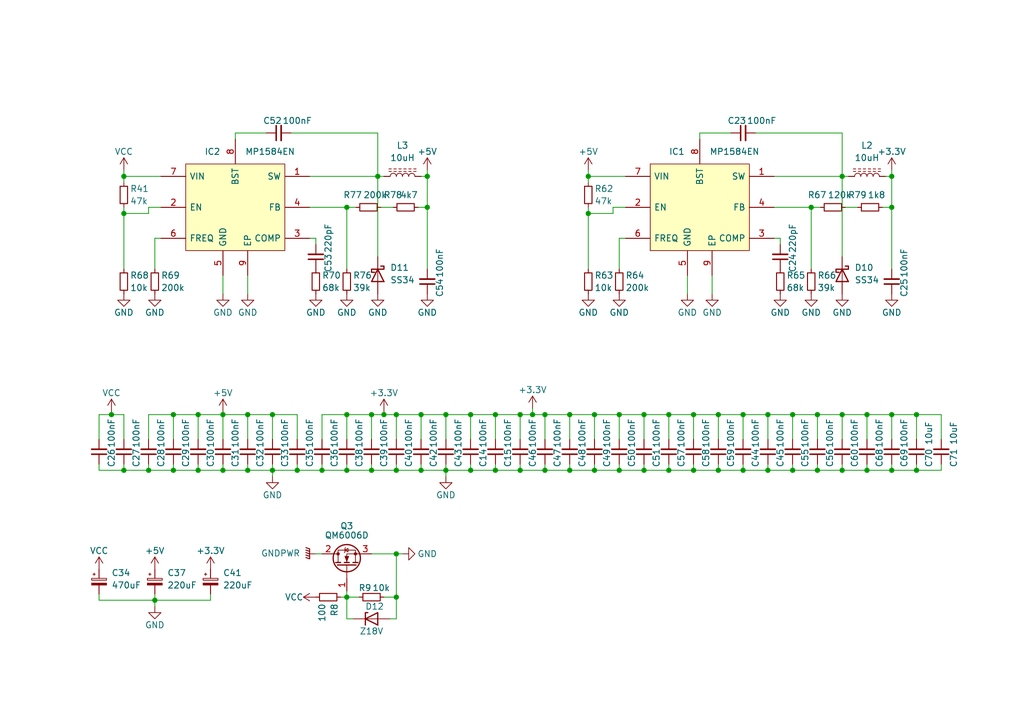
<source format=kicad_sch>
(kicad_sch (version 20211123) (generator eeschema)
  (paper "A5")
  (lib_symbols
    (symbol "Device:C_Polarized_Small" (pin_numbers hide) (pin_names (offset 0.254) hide)
      (property "Reference" "C" (at 0.254 1.778 0))
      (property "Value" "C_Polarized_Small" (at 0.254 -2.032 0))
      (symbol "C_Polarized_Small_0_1"
        (rectangle (start -1.524 -0.3048) (end 1.524 -0.6858) (fill (type outline)))
        (rectangle (start -1.524 0.6858) (end 1.524 0.3048))
        (polyline (pts (xy -1.27 1.524) (xy -0.762 1.524)))
        (polyline (pts (xy -1.016 1.27) (xy -1.016 1.778)))
      )
      (symbol "C_Polarized_Small_1_1"
        (pin passive line (at 0 2.54 270) (length 1.8542) (name "~") (number "1"))
        (pin passive line (at 0 -2.54 90) (length 1.8542) (name "~") (number "2"))
      )
    )
    (symbol "Device:C_Small" (pin_numbers hide) (pin_names (offset 0.254) hide)
      (property "Reference" "C" (at 0.254 1.778 0))
      (property "Value" "C_Small" (at 0.254 -2.032 0))
      (symbol "C_Small_0_1"
        (polyline (pts (xy -1.524 -0.508) (xy 1.524 -0.508)) (stroke (width 0.3302)))
        (polyline (pts (xy -1.524 0.508) (xy 1.524 0.508)) (stroke (width 0.3048)))
      )
      (symbol "C_Small_1_1"
        (pin passive line (at 0 2.54 270) (length 2.032) (name "~") (number "1"))
        (pin passive line (at 0 -2.54 90) (length 2.032) (name "~") (number "2"))
      )
    )
    (symbol "Device:L_Ferrite" (pin_numbers hide) (pin_names (offset 1.016) hide)
      (property "Reference" "L" (at -1.27 0 90))
      (property "Value" "L_Ferrite" (at 2.794 0 90))
      (symbol "L_Ferrite_0_1"
        (arc (start 0 -2.54) (mid 0.635 -1.905) (end 0 -1.27))
        (arc (start 0 -1.27) (mid 0.635 -0.635) (end 0 0))
        (polyline (pts (xy 1.016 -2.794) (xy 1.016 -2.286)))
        (polyline (pts (xy 1.016 -1.778) (xy 1.016 -1.27)))
        (polyline (pts (xy 1.016 -0.762) (xy 1.016 -0.254)))
        (polyline (pts (xy 1.016 0.254) (xy 1.016 0.762)))
        (polyline (pts (xy 1.016 1.27) (xy 1.016 1.778)))
        (polyline (pts (xy 1.016 2.286) (xy 1.016 2.794)))
        (polyline (pts (xy 1.524 -2.286) (xy 1.524 -2.794)))
        (polyline (pts (xy 1.524 -1.27) (xy 1.524 -1.778)))
        (polyline (pts (xy 1.524 -0.254) (xy 1.524 -0.762)))
        (polyline (pts (xy 1.524 0.762) (xy 1.524 0.254)))
        (polyline (pts (xy 1.524 1.778) (xy 1.524 1.27)))
        (polyline (pts (xy 1.524 2.794) (xy 1.524 2.286)))
        (arc (start 0 0) (mid 0.635 0.635) (end 0 1.27))
        (arc (start 0 1.27) (mid 0.635 1.905) (end 0 2.54))
      )
      (symbol "L_Ferrite_1_1"
        (pin passive line (at 0 3.81 270) (length 1.27) (name "1") (number "1"))
        (pin passive line (at 0 -3.81 90) (length 1.27) (name "2") (number "2"))
      )
    )
    (symbol "Device:R_Small" (pin_numbers hide) (pin_names (offset 0.254) hide)
      (property "Reference" "R" (at 0.762 0.508 0))
      (property "Value" "R_Small" (at 0.762 -1.016 0))
      (symbol "R_Small_0_1"
        (rectangle (start -0.762 1.778) (end 0.762 -1.778) (stroke (width 0.2032)))
      )
      (symbol "R_Small_1_1"
        (pin passive line (at 0 2.54 270) (length 0.762) (name "~") (number "1"))
        (pin passive line (at 0 -2.54 90) (length 0.762) (name "~") (number "2"))
      )
    )
    (symbol "Diode:BZV55C3V3" (pin_numbers hide) (pin_names hide)
      (property "Reference" "D" (at 0 2.54 0))
      (property "Value" "BZV55C3V3" (at 0 -2.54 0))
      (symbol "BZV55C3V3_0_1"
        (polyline (pts (xy 1.27 0) (xy -1.27 0)))
        (polyline (pts (xy -1.27 -1.27) (xy -1.27 1.27) (xy -0.762 1.27)) (stroke (width 0.254)))
        (polyline (pts (xy 1.27 -1.27) (xy 1.27 1.27) (xy -1.27 0) (xy 1.27 -1.27)) (stroke (width 0.254)))
      )
      (symbol "BZV55C3V3_1_1"
        (pin passive line (at -3.81 0 0) (length 2.54) (name "K") (number "1"))
        (pin passive line (at 3.81 0 180) (length 2.54) (name "A") (number "2"))
      )
    )
    (symbol "Diode:CDBA340-HF" (pin_numbers hide) (pin_names hide)
      (property "Reference" "D" (at 0 2.54 0))
      (property "Value" "CDBA340-HF" (at 0 -2.54 0))
      (symbol "CDBA340-HF_0_1"
        (polyline (pts (xy 1.27 0) (xy -1.27 0)))
        (polyline (pts (xy 1.27 1.27) (xy 1.27 -1.27) (xy -1.27 0) (xy 1.27 1.27)) (stroke (width 0.254)))
        (polyline (pts (xy -1.905 0.635) (xy -1.905 1.27) (xy -1.27 1.27) (xy -1.27 -1.27) (xy -0.635 -1.27) (xy -0.635 -0.635)) (stroke (width 0.254)))
      )
      (symbol "CDBA340-HF_1_1"
        (pin passive line (at -3.81 0 0) (length 2.54) (name "K") (number "1"))
        (pin passive line (at 3.81 0 180) (length 2.54) (name "A") (number "2"))
      )
    )
    (symbol "MP1584EN-LF-P:MP1584EN" (pin_names (offset 0.762))
      (property "Reference" "IC" (at -5.08 11.43 0))
      (property "Value" "MP1584EN" (at 1.27 11.43 0))
      (symbol "MP1584EN_0_0"
        (pin passive line (at 15.24 6.35 180) (length 5.08) (name "SW") (number "1"))
        (pin passive line (at -15.24 0 0) (length 5.08) (name "EN") (number "2"))
        (pin passive line (at 15.24 -6.35 180) (length 5.08) (name "COMP") (number "3"))
        (pin passive line (at 15.24 0 180) (length 5.08) (name "FB") (number "4"))
        (pin passive line (at -2.54 -13.97 90) (length 5.08) (name "GND") (number "5"))
        (pin passive line (at -15.24 -6.35 0) (length 5.08) (name "FREQ") (number "6"))
        (pin passive line (at -15.24 6.35 0) (length 5.08) (name "VIN") (number "7"))
        (pin passive line (at 0 13.97 270) (length 5.08) (name "BST") (number "8"))
        (pin passive line (at 2.54 -13.97 90) (length 5.08) (name "EP") (number "9"))
      )
      (symbol "MP1584EN_0_1"
        (polyline (pts (xy -10.16 8.89) (xy 10.16 8.89) (xy 10.16 -8.89) (xy -10.16 -8.89) (xy -10.16 8.89)) (stroke (width 0.1524)) (fill (type background)))
      )
    )
    (symbol "Transistor_FET:QM6006D" (pin_names hide)
      (property "Reference" "Q" (at 5.08 1.905 0))
      (property "Value" "QM6006D" (at 5.08 0 0))
      (symbol "QM6006D_0_1"
        (polyline (pts (xy 0.254 0) (xy -2.54 0)))
        (polyline (pts (xy 0.254 1.905) (xy 0.254 -1.905)) (stroke (width 0.254)))
        (polyline (pts (xy 0.762 -1.27) (xy 0.762 -2.286)) (stroke (width 0.254)))
        (polyline (pts (xy 0.762 0.508) (xy 0.762 -0.508)) (stroke (width 0.254)))
        (polyline (pts (xy 0.762 2.286) (xy 0.762 1.27)) (stroke (width 0.254)))
        (polyline (pts (xy 2.54 2.54) (xy 2.54 1.778)))
        (polyline (pts (xy 2.54 -2.54) (xy 2.54 0) (xy 0.762 0)))
        (polyline (pts (xy 0.762 -1.778) (xy 3.302 -1.778) (xy 3.302 1.778) (xy 0.762 1.778)))
        (polyline (pts (xy 1.016 0) (xy 2.032 0.381) (xy 2.032 -0.381) (xy 1.016 0)) (fill (type outline)))
        (polyline (pts (xy 2.794 0.508) (xy 2.921 0.381) (xy 3.683 0.381) (xy 3.81 0.254)))
        (polyline (pts (xy 3.302 0.381) (xy 2.921 -0.254) (xy 3.683 -0.254) (xy 3.302 0.381)))
        (circle (center 1.651 0) (radius 2.794) (stroke (width 0.254)))
        (circle (center 2.54 -1.778) (radius 0.254) (fill (type outline)))
        (circle (center 2.54 1.778) (radius 0.254) (fill (type outline)))
      )
      (symbol "QM6006D_1_1"
        (pin input line (at -5.08 0 0) (length 2.54) (name "G") (number "1"))
        (pin passive line (at 2.54 5.08 270) (length 2.54) (name "D") (number "2"))
        (pin passive line (at 2.54 -5.08 90) (length 2.54) (name "S") (number "3"))
      )
    )
    (symbol "power:+3.3V" (power) (pin_names (offset 0))
      (property "Value" "+3.3V" (at 0 3.556 0))
      (symbol "+3.3V_0_1"
        (polyline (pts (xy -0.762 1.27) (xy 0 2.54)))
        (polyline (pts (xy 0 0) (xy 0 2.54)))
        (polyline (pts (xy 0 2.54) (xy 0.762 1.27)))
      )
      (symbol "+3.3V_1_1"
        (pin power_in line (at 0 0 90) (length 0) hide (name "+3.3V") (number "1"))
      )
    )
    (symbol "power:+5V" (power) (pin_names (offset 0))
      (property "Value" "+5V" (at 0 3.556 0))
      (symbol "+5V_0_1"
        (polyline (pts (xy -0.762 1.27) (xy 0 2.54)))
        (polyline (pts (xy 0 0) (xy 0 2.54)))
        (polyline (pts (xy 0 2.54) (xy 0.762 1.27)))
      )
      (symbol "+5V_1_1"
        (pin power_in line (at 0 0 90) (length 0) hide (name "+5V") (number "1"))
      )
    )
    (symbol "power:GND" (power) (pin_names (offset 0))
      (property "Value" "GND" (at 0 -3.81 0))
      (symbol "GND_0_1"
        (polyline (pts (xy 0 0) (xy 0 -1.27) (xy 1.27 -1.27) (xy 0 -2.54) (xy -1.27 -1.27) (xy 0 -1.27)))
      )
      (symbol "GND_1_1"
        (pin power_in line (at 0 0 270) (length 0) hide (name "GND") (number "1"))
      )
    )
    (symbol "power:GNDPWR" (power) (pin_names (offset 0))
      (property "Value" "GNDPWR" (at 0 -3.302 0))
      (symbol "GNDPWR_0_1"
        (polyline (pts (xy 0 -1.27) (xy 0 0)))
        (polyline (pts (xy -1.016 -1.27) (xy -1.27 -2.032) (xy -1.27 -2.032)) (stroke (width 0.2032)))
        (polyline (pts (xy -0.508 -1.27) (xy -0.762 -2.032) (xy -0.762 -2.032)) (stroke (width 0.2032)))
        (polyline (pts (xy 0 -1.27) (xy -0.254 -2.032) (xy -0.254 -2.032)) (stroke (width 0.2032)))
        (polyline (pts (xy 0.508 -1.27) (xy 0.254 -2.032) (xy 0.254 -2.032)) (stroke (width 0.2032)))
        (polyline (pts (xy 1.016 -1.27) (xy -1.016 -1.27) (xy -1.016 -1.27)) (stroke (width 0.2032)))
        (polyline (pts (xy 1.016 -1.27) (xy 0.762 -2.032) (xy 0.762 -2.032) (xy 0.762 -2.032)) (stroke (width 0.2032)))
      )
      (symbol "GNDPWR_1_1"
        (pin power_in line (at 0 0 270) (length 0) hide (name "GNDPWR") (number "1"))
      )
    )
    (symbol "power:VCC" (power) (pin_names (offset 0))
      (property "Value" "VCC" (at 0 3.81 0))
      (symbol "VCC_0_1"
        (polyline (pts (xy -0.762 1.27) (xy 0 2.54)))
        (polyline (pts (xy 0 0) (xy 0 2.54)))
        (polyline (pts (xy 0 2.54) (xy 0.762 1.27)))
      )
      (symbol "VCC_1_1"
        (pin power_in line (at 0 0 90) (length 0) hide (name "VCC") (number "1"))
      )
    )
  )
  (junction (at 121.92 96.52))
  (junction (at 162.56 85.09))
  (junction (at 30.48 96.52))
  (junction (at 87.63 42.545))
  (junction (at 172.72 36.195))
  (junction (at 81.28 122.555))
  (junction (at 106.68 96.52))
  (junction (at 81.28 113.665))
  (junction (at 187.96 96.52))
  (junction (at 87.63 36.195))
  (junction (at 162.56 96.52))
  (junction (at 132.08 85.09))
  (junction (at 152.4 96.52))
  (junction (at 40.64 96.52))
  (junction (at 35.56 85.09))
  (junction (at 25.4 96.52))
  (junction (at 127 85.09))
  (junction (at 147.32 85.09))
  (junction (at 177.8 96.52))
  (junction (at 91.44 96.52))
  (junction (at 111.76 85.09))
  (junction (at 142.24 85.09))
  (junction (at 187.96 85.09))
  (junction (at 40.64 85.09))
  (junction (at 76.2 96.52))
  (junction (at 96.52 85.09))
  (junction (at 71.12 96.52))
  (junction (at 31.75 123.19))
  (junction (at 182.88 96.52))
  (junction (at 50.8 96.52))
  (junction (at 157.48 85.09))
  (junction (at 25.4 36.195))
  (junction (at 137.16 96.52))
  (junction (at 172.72 85.09))
  (junction (at 55.88 85.09))
  (junction (at 81.28 85.09))
  (junction (at 71.12 85.09))
  (junction (at 55.88 96.52))
  (junction (at 35.56 96.52))
  (junction (at 101.6 96.52))
  (junction (at 22.86 85.09))
  (junction (at 177.8 85.09))
  (junction (at 76.2 85.09))
  (junction (at 152.4 85.09))
  (junction (at 137.16 85.09))
  (junction (at 147.32 96.52))
  (junction (at 106.68 85.09))
  (junction (at 116.84 96.52))
  (junction (at 166.37 42.545))
  (junction (at 167.64 96.52))
  (junction (at 71.12 122.555))
  (junction (at 121.92 85.09))
  (junction (at 25.4 43.815))
  (junction (at 77.47 36.195))
  (junction (at 109.22 85.09))
  (junction (at 86.36 96.52))
  (junction (at 127 96.52))
  (junction (at 111.76 96.52))
  (junction (at 45.72 96.52))
  (junction (at 172.72 96.52))
  (junction (at 182.88 36.195))
  (junction (at 86.36 85.09))
  (junction (at 142.24 96.52))
  (junction (at 101.6 85.09))
  (junction (at 81.28 96.52))
  (junction (at 157.48 96.52))
  (junction (at 182.88 42.545))
  (junction (at 50.8 85.09))
  (junction (at 66.04 96.52))
  (junction (at 120.65 43.815))
  (junction (at 182.88 85.09))
  (junction (at 60.96 96.52))
  (junction (at 120.65 36.195))
  (junction (at 78.74 85.09))
  (junction (at 167.64 85.09))
  (junction (at 116.84 85.09))
  (junction (at 96.52 96.52))
  (junction (at 45.72 85.09))
  (junction (at 91.44 85.09))
  (junction (at 132.08 96.52))
  (junction (at 71.12 42.545))
  (wire (pts (xy 55.88 85.09) (xy 55.88 90.17)))
  (wire (pts (xy 166.37 42.545) (xy 168.275 42.545)))
  (wire (pts (xy 180.975 42.545) (xy 182.88 42.545)))
  (wire (pts (xy 45.72 84.455) (xy 45.72 85.09)))
  (wire (pts (xy 86.36 95.25) (xy 86.36 96.52)))
  (wire (pts (xy 146.05 60.325) (xy 146.05 56.515)))
  (wire (pts (xy 173.355 42.545) (xy 175.895 42.545)))
  (wire (pts (xy 81.28 113.665) (xy 81.28 122.555)))
  (wire (pts (xy 101.6 85.09) (xy 101.6 90.17)))
  (wire (pts (xy 71.12 85.09) (xy 76.2 85.09)))
  (wire (pts (xy 66.04 95.25) (xy 66.04 96.52)))
  (wire (pts (xy 182.88 34.925) (xy 182.88 36.195)))
  (wire (pts (xy 31.75 123.19) (xy 43.18 123.19)))
  (wire (pts (xy 157.48 96.52) (xy 162.56 96.52)))
  (wire (pts (xy 166.37 55.245) (xy 166.37 42.545)))
  (wire (pts (xy 59.69 27.305) (xy 77.47 27.305)))
  (wire (pts (xy 20.32 123.19) (xy 31.75 123.19)))
  (wire (pts (xy 166.37 42.545) (xy 158.75 42.545)))
  (wire (pts (xy 157.48 85.09) (xy 157.48 90.17)))
  (wire (pts (xy 187.96 90.17) (xy 187.96 85.09)))
  (wire (pts (xy 140.97 60.325) (xy 140.97 56.515)))
  (wire (pts (xy 55.88 96.52) (xy 60.96 96.52)))
  (wire (pts (xy 55.88 95.25) (xy 55.88 96.52)))
  (wire (pts (xy 45.72 96.52) (xy 50.8 96.52)))
  (wire (pts (xy 30.48 85.09) (xy 30.48 90.17)))
  (wire (pts (xy 125.73 43.815) (xy 120.65 43.815)))
  (wire (pts (xy 167.64 96.52) (xy 172.72 96.52)))
  (wire (pts (xy 76.2 95.25) (xy 76.2 96.52)))
  (wire (pts (xy 111.76 85.09) (xy 116.84 85.09)))
  (wire (pts (xy 25.4 85.09) (xy 25.4 90.17)))
  (wire (pts (xy 160.02 48.895) (xy 158.75 48.895)))
  (wire (pts (xy 152.4 85.09) (xy 157.48 85.09)))
  (wire (pts (xy 78.74 85.09) (xy 81.28 85.09)))
  (wire (pts (xy 71.12 42.545) (xy 63.5 42.545)))
  (wire (pts (xy 182.88 36.195) (xy 182.88 42.545)))
  (wire (pts (xy 127 85.09) (xy 127 90.17)))
  (wire (pts (xy 132.08 85.09) (xy 137.16 85.09)))
  (wire (pts (xy 172.72 52.705) (xy 172.72 36.195)))
  (wire (pts (xy 25.4 85.09) (xy 22.86 85.09)))
  (wire (pts (xy 162.56 85.09) (xy 167.64 85.09)))
  (wire (pts (xy 142.24 85.09) (xy 147.32 85.09)))
  (wire (pts (xy 66.04 85.09) (xy 71.12 85.09)))
  (wire (pts (xy 172.72 36.195) (xy 173.99 36.195)))
  (wire (pts (xy 132.08 96.52) (xy 132.08 95.25)))
  (wire (pts (xy 60.96 95.25) (xy 60.96 96.52)))
  (wire (pts (xy 86.36 96.52) (xy 91.44 96.52)))
  (wire (pts (xy 64.77 113.665) (xy 66.04 113.665)))
  (wire (pts (xy 76.2 96.52) (xy 81.28 96.52)))
  (wire (pts (xy 116.84 95.25) (xy 116.84 96.52)))
  (wire (pts (xy 127 48.895) (xy 128.27 48.895)))
  (wire (pts (xy 48.26 27.305) (xy 48.26 28.575)))
  (wire (pts (xy 71.12 42.545) (xy 73.025 42.545)))
  (wire (pts (xy 71.12 95.25) (xy 71.12 96.52)))
  (wire (pts (xy 121.92 96.52) (xy 121.92 95.25)))
  (wire (pts (xy 40.64 96.52) (xy 45.72 96.52)))
  (wire (pts (xy 149.86 27.305) (xy 143.51 27.305)))
  (wire (pts (xy 172.72 96.52) (xy 177.8 96.52)))
  (wire (pts (xy 86.36 36.195) (xy 87.63 36.195)))
  (wire (pts (xy 31.75 121.92) (xy 31.75 123.19)))
  (wire (pts (xy 132.08 96.52) (xy 137.16 96.52)))
  (wire (pts (xy 78.105 42.545) (xy 80.645 42.545)))
  (wire (pts (xy 142.24 96.52) (xy 147.32 96.52)))
  (wire (pts (xy 167.64 85.09) (xy 172.72 85.09)))
  (wire (pts (xy 120.65 36.195) (xy 120.65 37.465)))
  (wire (pts (xy 45.72 85.09) (xy 50.8 85.09)))
  (wire (pts (xy 116.84 85.09) (xy 116.84 90.17)))
  (wire (pts (xy 35.56 96.52) (xy 40.64 96.52)))
  (wire (pts (xy 80.01 127) (xy 81.28 127)))
  (wire (pts (xy 106.68 85.09) (xy 106.68 90.17)))
  (wire (pts (xy 25.4 36.195) (xy 25.4 37.465)))
  (wire (pts (xy 177.8 96.52) (xy 182.88 96.52)))
  (wire (pts (xy 50.8 85.09) (xy 55.88 85.09)))
  (wire (pts (xy 69.85 122.555) (xy 71.12 122.555)))
  (wire (pts (xy 187.96 85.09) (xy 182.88 85.09)))
  (wire (pts (xy 101.6 95.25) (xy 101.6 96.52)))
  (wire (pts (xy 137.16 85.09) (xy 137.16 90.17)))
  (wire (pts (xy 172.72 85.09) (xy 172.72 90.17)))
  (wire (pts (xy 30.48 95.25) (xy 30.48 96.52)))
  (wire (pts (xy 77.47 27.305) (xy 77.47 36.195)))
  (wire (pts (xy 157.48 85.09) (xy 162.56 85.09)))
  (wire (pts (xy 31.75 55.245) (xy 31.75 48.895)))
  (wire (pts (xy 181.61 36.195) (xy 182.88 36.195)))
  (wire (pts (xy 106.68 96.52) (xy 111.76 96.52)))
  (wire (pts (xy 147.32 96.52) (xy 147.32 95.25)))
  (wire (pts (xy 172.72 85.09) (xy 177.8 85.09)))
  (wire (pts (xy 137.16 96.52) (xy 137.16 95.25)))
  (wire (pts (xy 64.77 48.895) (xy 63.5 48.895)))
  (wire (pts (xy 81.28 85.09) (xy 81.28 90.17)))
  (wire (pts (xy 87.63 42.545) (xy 87.63 55.245)))
  (wire (pts (xy 77.47 36.195) (xy 63.5 36.195)))
  (wire (pts (xy 91.44 96.52) (xy 91.44 97.79)))
  (wire (pts (xy 71.12 122.555) (xy 73.66 122.555)))
  (wire (pts (xy 72.39 127) (xy 71.12 127)))
  (wire (pts (xy 30.48 42.545) (xy 30.48 43.815)))
  (wire (pts (xy 121.92 85.09) (xy 121.92 90.17)))
  (wire (pts (xy 142.24 95.25) (xy 142.24 96.52)))
  (wire (pts (xy 109.22 83.82) (xy 109.22 85.09)))
  (wire (pts (xy 152.4 85.09) (xy 152.4 90.17)))
  (wire (pts (xy 101.6 85.09) (xy 106.68 85.09)))
  (wire (pts (xy 160.02 50.165) (xy 160.02 48.895)))
  (wire (pts (xy 22.86 85.09) (xy 20.32 85.09)))
  (wire (pts (xy 91.44 85.09) (xy 96.52 85.09)))
  (wire (pts (xy 177.8 85.09) (xy 177.8 90.17)))
  (wire (pts (xy 76.2 85.09) (xy 78.74 85.09)))
  (wire (pts (xy 76.2 113.665) (xy 81.28 113.665)))
  (wire (pts (xy 106.68 85.09) (xy 109.22 85.09)))
  (wire (pts (xy 162.56 96.52) (xy 167.64 96.52)))
  (wire (pts (xy 25.4 43.815) (xy 25.4 55.245)))
  (wire (pts (xy 50.8 96.52) (xy 55.88 96.52)))
  (wire (pts (xy 50.8 95.25) (xy 50.8 96.52)))
  (wire (pts (xy 182.88 96.52) (xy 182.88 95.25)))
  (wire (pts (xy 50.8 60.325) (xy 50.8 56.515)))
  (wire (pts (xy 35.56 90.17) (xy 35.56 85.09)))
  (wire (pts (xy 127 96.52) (xy 132.08 96.52)))
  (wire (pts (xy 20.32 85.09) (xy 20.32 90.17)))
  (wire (pts (xy 45.72 95.25) (xy 45.72 96.52)))
  (wire (pts (xy 45.72 85.09) (xy 45.72 90.17)))
  (wire (pts (xy 30.48 96.52) (xy 35.56 96.52)))
  (wire (pts (xy 66.04 96.52) (xy 71.12 96.52)))
  (wire (pts (xy 127 95.25) (xy 127 96.52)))
  (wire (pts (xy 87.63 36.195) (xy 87.63 42.545)))
  (wire (pts (xy 121.92 85.09) (xy 127 85.09)))
  (wire (pts (xy 137.16 96.52) (xy 142.24 96.52)))
  (wire (pts (xy 137.16 85.09) (xy 142.24 85.09)))
  (wire (pts (xy 86.36 85.09) (xy 91.44 85.09)))
  (wire (pts (xy 147.32 96.52) (xy 152.4 96.52)))
  (wire (pts (xy 40.64 85.09) (xy 45.72 85.09)))
  (wire (pts (xy 81.28 122.555) (xy 81.28 127)))
  (wire (pts (xy 96.52 96.52) (xy 101.6 96.52)))
  (wire (pts (xy 20.32 96.52) (xy 25.4 96.52)))
  (wire (pts (xy 31.75 123.19) (xy 31.75 124.46)))
  (wire (pts (xy 172.72 96.52) (xy 172.72 95.25)))
  (wire (pts (xy 127 55.245) (xy 127 48.895)))
  (wire (pts (xy 162.56 85.09) (xy 162.56 90.17)))
  (wire (pts (xy 40.64 90.17) (xy 40.64 85.09)))
  (wire (pts (xy 71.12 96.52) (xy 76.2 96.52)))
  (wire (pts (xy 157.48 95.25) (xy 157.48 96.52)))
  (wire (pts (xy 187.96 95.25) (xy 187.96 96.52)))
  (wire (pts (xy 182.88 42.545) (xy 182.88 55.245)))
  (wire (pts (xy 81.28 95.25) (xy 81.28 96.52)))
  (wire (pts (xy 101.6 96.52) (xy 106.68 96.52)))
  (wire (pts (xy 111.76 96.52) (xy 116.84 96.52)))
  (wire (pts (xy 187.96 96.52) (xy 182.88 96.52)))
  (wire (pts (xy 91.44 96.52) (xy 91.44 95.25)))
  (wire (pts (xy 43.18 123.19) (xy 43.18 121.92)))
  (wire (pts (xy 55.88 96.52) (xy 55.88 97.79)))
  (wire (pts (xy 132.08 85.09) (xy 132.08 90.17)))
  (wire (pts (xy 78.74 84.455) (xy 78.74 85.09)))
  (wire (pts (xy 45.72 60.325) (xy 45.72 56.515)))
  (wire (pts (xy 30.48 85.09) (xy 35.56 85.09)))
  (wire (pts (xy 143.51 27.305) (xy 143.51 28.575)))
  (wire (pts (xy 22.86 84.455) (xy 22.86 85.09)))
  (wire (pts (xy 120.65 43.815) (xy 120.65 55.245)))
  (wire (pts (xy 81.28 85.09) (xy 86.36 85.09)))
  (wire (pts (xy 162.56 96.52) (xy 162.56 95.25)))
  (wire (pts (xy 35.56 95.25) (xy 35.56 96.52)))
  (wire (pts (xy 142.24 85.09) (xy 142.24 90.17)))
  (wire (pts (xy 87.63 34.925) (xy 87.63 36.195)))
  (wire (pts (xy 152.4 96.52) (xy 157.48 96.52)))
  (wire (pts (xy 71.12 55.245) (xy 71.12 42.545)))
  (wire (pts (xy 106.68 95.25) (xy 106.68 96.52)))
  (wire (pts (xy 50.8 85.09) (xy 50.8 90.17)))
  (wire (pts (xy 55.88 85.09) (xy 60.96 85.09)))
  (wire (pts (xy 128.27 36.195) (xy 120.65 36.195)))
  (wire (pts (xy 31.75 48.895) (xy 33.02 48.895)))
  (wire (pts (xy 20.32 95.25) (xy 20.32 96.52)))
  (wire (pts (xy 125.73 42.545) (xy 125.73 43.815)))
  (wire (pts (xy 96.52 85.09) (xy 101.6 85.09)))
  (wire (pts (xy 25.4 96.52) (xy 30.48 96.52)))
  (wire (pts (xy 193.04 85.09) (xy 187.96 85.09)))
  (wire (pts (xy 172.72 36.195) (xy 158.75 36.195)))
  (wire (pts (xy 25.4 34.925) (xy 25.4 36.195)))
  (wire (pts (xy 193.04 95.25) (xy 193.04 96.52)))
  (wire (pts (xy 182.88 85.09) (xy 182.88 90.17)))
  (wire (pts (xy 116.84 96.52) (xy 121.92 96.52)))
  (wire (pts (xy 33.02 42.545) (xy 30.48 42.545)))
  (wire (pts (xy 96.52 90.17) (xy 96.52 85.09)))
  (wire (pts (xy 71.12 85.09) (xy 71.12 90.17)))
  (wire (pts (xy 111.76 85.09) (xy 111.76 90.17)))
  (wire (pts (xy 71.12 121.285) (xy 71.12 122.555)))
  (wire (pts (xy 109.22 85.09) (xy 111.76 85.09)))
  (wire (pts (xy 177.8 95.25) (xy 177.8 96.52)))
  (wire (pts (xy 33.02 36.195) (xy 25.4 36.195)))
  (wire (pts (xy 152.4 96.52) (xy 152.4 95.25)))
  (wire (pts (xy 77.47 36.195) (xy 78.74 36.195)))
  (wire (pts (xy 54.61 27.305) (xy 48.26 27.305)))
  (wire (pts (xy 154.94 27.305) (xy 172.72 27.305)))
  (wire (pts (xy 172.72 27.305) (xy 172.72 36.195)))
  (wire (pts (xy 193.04 90.17) (xy 193.04 85.09)))
  (wire (pts (xy 128.27 42.545) (xy 125.73 42.545)))
  (wire (pts (xy 127 85.09) (xy 132.08 85.09)))
  (wire (pts (xy 120.65 43.815) (xy 120.65 42.545)))
  (wire (pts (xy 120.65 34.925) (xy 120.65 36.195)))
  (wire (pts (xy 71.12 127) (xy 71.12 122.555)))
  (wire (pts (xy 193.04 96.52) (xy 187.96 96.52)))
  (wire (pts (xy 64.77 50.165) (xy 64.77 48.895)))
  (wire (pts (xy 78.74 122.555) (xy 81.28 122.555)))
  (wire (pts (xy 96.52 95.25) (xy 96.52 96.52)))
  (wire (pts (xy 111.76 95.25) (xy 111.76 96.52)))
  (wire (pts (xy 177.8 85.09) (xy 182.88 85.09)))
  (wire (pts (xy 25.4 95.25) (xy 25.4 96.52)))
  (wire (pts (xy 66.04 90.17) (xy 66.04 85.09)))
  (wire (pts (xy 91.44 85.09) (xy 91.44 90.17)))
  (wire (pts (xy 147.32 85.09) (xy 147.32 90.17)))
  (wire (pts (xy 147.32 85.09) (xy 152.4 85.09)))
  (wire (pts (xy 86.36 85.09) (xy 86.36 90.17)))
  (wire (pts (xy 25.4 43.815) (xy 25.4 42.545)))
  (wire (pts (xy 81.28 96.52) (xy 86.36 96.52)))
  (wire (pts (xy 20.32 121.92) (xy 20.32 123.19)))
  (wire (pts (xy 81.28 113.665) (xy 82.55 113.665)))
  (wire (pts (xy 77.47 36.195) (xy 77.47 52.705)))
  (wire (pts (xy 167.64 85.09) (xy 167.64 90.17)))
  (wire (pts (xy 60.96 85.09) (xy 60.96 90.17)))
  (wire (pts (xy 85.725 42.545) (xy 87.63 42.545)))
  (wire (pts (xy 167.64 95.25) (xy 167.64 96.52)))
  (wire (pts (xy 35.56 85.09) (xy 40.64 85.09)))
  (wire (pts (xy 76.2 85.09) (xy 76.2 90.17)))
  (wire (pts (xy 116.84 85.09) (xy 121.92 85.09)))
  (wire (pts (xy 30.48 43.815) (xy 25.4 43.815)))
  (wire (pts (xy 40.64 95.25) (xy 40.64 96.52)))
  (wire (pts (xy 60.96 96.52) (xy 66.04 96.52)))
  (wire (pts (xy 91.44 96.52) (xy 96.52 96.52)))
  (wire (pts (xy 121.92 96.52) (xy 127 96.52)))
  (symbol (lib_id "Device:C_Small") (at 137.16 92.71 0) (mirror x) (unit 1)
    (property "Reference" "C57" (at 139.7 93.98 90))
    (property "Value" "100nF" (at 139.7 88.9 90))
    (property "Footprint" "Capacitor_SMD:C_0603_1608Metric" (effects hide))
  )
  (symbol (lib_id "power:GND") (at 172.72 60.325 0) (unit 1)
    (property "Reference" "#PWR0108" (effects hide))
    (property "Value" "GND" (at 172.72 64.135 0))
  )
  (symbol (lib_id "Device:C_Small") (at 66.04 92.71 0) (mirror x) (unit 1)
    (property "Reference" "C36" (at 68.58 93.98 90))
    (property "Value" "100nF" (at 68.58 88.9 90))
    (property "Footprint" "Capacitor_SMD:C_0603_1608Metric" (effects hide))
  )
  (symbol (lib_id "Device:R_Small") (at 25.4 40.005 0) (unit 1)
    (property "Reference" "R41" (at 26.67 38.735 0) (effects (justify left)))
    (property "Value" "47k" (at 26.67 41.275 0) (effects (justify left)))
    (property "Footprint" "Resistor_SMD:R_0603_1608Metric" (effects hide))
  )
  (symbol (lib_id "Diode:CDBA340-HF") (at 77.47 56.515 270) (unit 1)
    (property "Reference" "D11" (at 80.01 54.9274 90) (effects (justify left)))
    (property "Value" "SS34" (at 80.01 57.4674 90) (effects (justify left)))
    (property "Footprint" "Diode_SMD:D_SMA" (effects hide))
    (property "Datasheet" "https://www.comchiptech.com/admin/files/product/CDBA340-HF%20Thru193640.%20CDBA3100-HF%20RevB.pdf" (effects hide))
  )
  (symbol (lib_id "Device:R_Small") (at 127 57.785 0) (unit 1)
    (property "Reference" "R64" (at 128.27 56.515 0) (effects (justify left)))
    (property "Value" "200k" (at 128.27 59.055 0) (effects (justify left)))
    (property "Footprint" "Resistor_SMD:R_0603_1608Metric" (effects hide))
  )
  (symbol (lib_id "Device:C_Small") (at 182.88 92.71 0) (mirror x) (unit 1)
    (property "Reference" "C69" (at 185.42 93.98 90))
    (property "Value" "100nF" (at 185.42 88.9 90))
    (property "Footprint" "Capacitor_SMD:C_0603_1608Metric" (effects hide))
  )
  (symbol (lib_id "Device:C_Small") (at 55.88 92.71 0) (mirror x) (unit 1)
    (property "Reference" "C33" (at 58.42 93.98 90))
    (property "Value" "100nF" (at 58.42 88.9 90))
    (property "Footprint" "Capacitor_SMD:C_0603_1608Metric" (effects hide))
  )
  (symbol (lib_id "Device:R_Small") (at 120.65 40.005 0) (unit 1)
    (property "Reference" "R62" (at 121.92 38.735 0) (effects (justify left)))
    (property "Value" "47k" (at 121.92 41.275 0) (effects (justify left)))
    (property "Footprint" "Resistor_SMD:R_0603_1608Metric" (effects hide))
  )
  (symbol (lib_id "Device:R_Small") (at 178.435 42.545 90) (unit 1)
    (property "Reference" "R79" (at 177.8 40.005 90) (effects (justify left)))
    (property "Value" "1k8" (at 181.61 40.005 90) (effects (justify left)))
    (property "Footprint" "Resistor_SMD:R_0603_1608Metric" (effects hide))
  )
  (symbol (lib_id "power:+5V") (at 120.65 34.925 0) (unit 1)
    (property "Reference" "#PWR0109" (effects hide))
    (property "Value" "+5V" (at 120.65 31.115 0))
  )
  (symbol (lib_id "Device:C_Small") (at 127 92.71 0) (mirror x) (unit 1)
    (property "Reference" "C50" (at 129.54 93.98 90))
    (property "Value" "100nF" (at 129.54 88.9 90))
    (property "Footprint" "Capacitor_SMD:C_0603_1608Metric" (effects hide))
  )
  (symbol (lib_id "Device:C_Small") (at 160.02 52.705 0) (mirror x) (unit 1)
    (property "Reference" "C24" (at 162.56 53.975 90))
    (property "Value" "220pF" (at 162.56 48.895 90))
    (property "Footprint" "Capacitor_SMD:C_0603_1608Metric" (effects hide))
  )
  (symbol (lib_id "Device:C_Small") (at 35.56 92.71 0) (mirror x) (unit 1)
    (property "Reference" "C29" (at 38.1 93.98 90))
    (property "Value" "100nF" (at 38.1 88.9 90))
    (property "Footprint" "Capacitor_SMD:C_0603_1608Metric" (effects hide))
  )
  (symbol (lib_id "power:+5V") (at 31.75 116.84 0) (unit 1)
    (property "Reference" "#PWR0118" (effects hide))
    (property "Value" "+5V" (at 31.75 113.03 0))
  )
  (symbol (lib_id "Device:C_Small") (at 50.8 92.71 0) (mirror x) (unit 1)
    (property "Reference" "C32" (at 53.34 93.98 90))
    (property "Value" "100nF" (at 53.34 88.9 90))
    (property "Footprint" "Capacitor_SMD:C_0603_1608Metric" (effects hide))
  )
  (symbol (lib_id "Device:R_Small") (at 83.185 42.545 90) (unit 1)
    (property "Reference" "R78" (at 82.55 40.005 90) (effects (justify left)))
    (property "Value" "4k7" (at 85.725 40.005 90) (effects (justify left)))
    (property "Footprint" "Resistor_SMD:R_0603_1608Metric" (effects hide))
  )
  (symbol (lib_id "Device:C_Small") (at 142.24 92.71 0) (mirror x) (unit 1)
    (property "Reference" "C58" (at 144.78 93.98 90))
    (property "Value" "100nF" (at 144.78 88.9 90))
    (property "Footprint" "Capacitor_SMD:C_0603_1608Metric" (effects hide))
  )
  (symbol (lib_id "power:VCC") (at 64.77 122.555 90) (unit 1)
    (property "Reference" "#PWR0164" (effects hide))
    (property "Value" "VCC" (at 60.325 122.555 90))
  )
  (symbol (lib_id "power:GND") (at 160.02 60.325 0) (unit 1)
    (property "Reference" "#PWR0106" (effects hide))
    (property "Value" "GND" (at 160.02 64.135 0))
  )
  (symbol (lib_id "Device:C_Small") (at 172.72 92.71 0) (mirror x) (unit 1)
    (property "Reference" "C60" (at 175.26 93.98 90))
    (property "Value" "100nF" (at 175.26 88.9 90))
    (property "Footprint" "Capacitor_SMD:C_0603_1608Metric" (effects hide))
  )
  (symbol (lib_id "Device:R_Small") (at 75.565 42.545 90) (unit 1)
    (property "Reference" "R77" (at 74.295 40.005 90) (effects (justify left)))
    (property "Value" "200k" (at 79.375 40.005 90) (effects (justify left)))
    (property "Footprint" "Resistor_SMD:R_0603_1608Metric" (effects hide))
  )
  (symbol (lib_id "Device:C_Small") (at 152.4 92.71 0) (mirror x) (unit 1)
    (property "Reference" "C44" (at 154.94 93.98 90))
    (property "Value" "100nF" (at 154.94 88.9 90))
    (property "Footprint" "Capacitor_SMD:C_0603_1608Metric" (effects hide))
  )
  (symbol (lib_id "Device:R_Small") (at 166.37 57.785 0) (unit 1)
    (property "Reference" "R66" (at 167.64 56.515 0) (effects (justify left)))
    (property "Value" "39k" (at 167.64 59.055 0) (effects (justify left)))
    (property "Footprint" "Resistor_SMD:R_0603_1608Metric" (effects hide))
  )
  (symbol (lib_id "Device:R_Small") (at 71.12 57.785 0) (unit 1)
    (property "Reference" "R76" (at 72.39 56.515 0) (effects (justify left)))
    (property "Value" "39k" (at 72.39 59.055 0) (effects (justify left)))
    (property "Footprint" "Resistor_SMD:R_0603_1608Metric" (effects hide))
  )
  (symbol (lib_id "Device:C_Small") (at 71.12 92.71 0) (mirror x) (unit 1)
    (property "Reference" "C38" (at 73.66 93.98 90))
    (property "Value" "100nF" (at 73.66 88.9 90))
    (property "Footprint" "Capacitor_SMD:C_0603_1608Metric" (effects hide))
  )
  (symbol (lib_id "Transistor_FET:QM6006D") (at 71.12 116.205 90) (unit 1)
    (property "Reference" "Q3" (at 71.12 107.95 90))
    (property "Value" "QM6006D" (at 71.12 109.855 90))
    (property "Footprint" "Package_TO_SOT_SMD:TO-252-2" (effects hide))
    (property "Datasheet" "http://www.jaolen.com/images/pdf/QM6006D.pdf" (effects hide))
  )
  (symbol (lib_id "Device:C_Small") (at 147.32 92.71 0) (mirror x) (unit 1)
    (property "Reference" "C59" (at 149.86 93.98 90))
    (property "Value" "100nF" (at 149.86 88.9 90))
    (property "Footprint" "Capacitor_SMD:C_0603_1608Metric" (effects hide))
  )
  (symbol (lib_id "Device:C_Small") (at 76.2 92.71 0) (mirror x) (unit 1)
    (property "Reference" "C39" (at 78.74 93.98 90))
    (property "Value" "100nF" (at 78.74 88.9 90))
    (property "Footprint" "Capacitor_SMD:C_0603_1608Metric" (effects hide))
  )
  (symbol (lib_id "Device:C_Polarized_Small") (at 43.18 119.38 0) (unit 1)
    (property "Reference" "C41" (at 45.72 117.5638 0) (effects (justify left)))
    (property "Value" "220uF" (at 45.72 120.1038 0) (effects (justify left)))
    (property "Footprint" "Capacitor_SMD:CP_Elec_8x10.5" (effects hide))
  )
  (symbol (lib_id "power:+3.3V") (at 182.88 34.925 0) (unit 1)
    (property "Reference" "#PWR0155" (effects hide))
    (property "Value" "+3.3V" (at 182.88 31.115 0))
  )
  (symbol (lib_id "Device:R_Small") (at 25.4 57.785 0) (unit 1)
    (property "Reference" "R68" (at 26.67 56.515 0) (effects (justify left)))
    (property "Value" "10k" (at 26.67 59.055 0) (effects (justify left)))
    (property "Footprint" "Resistor_SMD:R_0603_1608Metric" (effects hide))
  )
  (symbol (lib_id "power:GND") (at 45.72 60.325 0) (unit 1)
    (property "Reference" "#PWR0111" (effects hide))
    (property "Value" "GND" (at 45.72 64.135 0))
  )
  (symbol (lib_id "power:+3.3V") (at 43.18 116.84 0) (unit 1)
    (property "Reference" "#PWR0121" (effects hide))
    (property "Value" "+3.3V" (at 43.18 113.03 0))
  )
  (symbol (lib_id "power:VCC") (at 20.32 116.84 0) (unit 1)
    (property "Reference" "#PWR0117" (effects hide))
    (property "Value" "VCC" (at 20.32 113.03 0))
  )
  (symbol (lib_id "Device:C_Small") (at 182.88 57.785 0) (mirror x) (unit 1)
    (property "Reference" "C25" (at 185.42 59.055 90))
    (property "Value" "100nF" (at 185.42 53.975 90))
    (property "Footprint" "Capacitor_SMD:C_0603_1608Metric" (effects hide))
  )
  (symbol (lib_id "Device:R_Small") (at 170.815 42.545 90) (unit 1)
    (property "Reference" "R67" (at 169.545 40.005 90) (effects (justify left)))
    (property "Value" "120k" (at 174.625 40.005 90) (effects (justify left)))
    (property "Footprint" "Resistor_SMD:R_0603_1608Metric" (effects hide))
  )
  (symbol (lib_id "Device:C_Small") (at 25.4 92.71 0) (mirror x) (unit 1)
    (property "Reference" "C27" (at 27.94 93.98 90))
    (property "Value" "100nF" (at 27.94 88.9 90))
    (property "Footprint" "Capacitor_SMD:C_0603_1608Metric" (effects hide))
  )
  (symbol (lib_id "power:+3.3V") (at 109.22 83.82 0) (unit 1)
    (property "Reference" "#PWR071" (effects hide))
    (property "Value" "+3.3V" (at 109.22 80.01 0))
  )
  (symbol (lib_id "Device:C_Small") (at 121.92 92.71 0) (mirror x) (unit 1)
    (property "Reference" "C49" (at 124.46 93.98 90))
    (property "Value" "100nF" (at 124.46 88.9 90))
    (property "Footprint" "Capacitor_SMD:C_0603_1608Metric" (effects hide))
  )
  (symbol (lib_id "power:GND") (at 120.65 60.325 0) (unit 1)
    (property "Reference" "#PWR0102" (effects hide))
    (property "Value" "GND" (at 120.65 64.135 0))
  )
  (symbol (lib_id "power:GND") (at 64.77 60.325 0) (unit 1)
    (property "Reference" "#PWR0114" (effects hide))
    (property "Value" "GND" (at 64.77 64.135 0))
  )
  (symbol (lib_id "power:+5V") (at 45.72 84.455 0) (unit 1)
    (property "Reference" "#PWR0115" (effects hide))
    (property "Value" "+5V" (at 45.72 80.645 0))
  )
  (symbol (lib_id "power:GND") (at 82.55 113.665 90) (unit 1)
    (property "Reference" "#PWR0129" (effects hide))
    (property "Value" "GND" (at 87.63 113.665 90))
  )
  (symbol (lib_id "Device:C_Small") (at 132.08 92.71 0) (mirror x) (unit 1)
    (property "Reference" "C51" (at 134.62 93.98 90))
    (property "Value" "100nF" (at 134.62 88.9 90))
    (property "Footprint" "Capacitor_SMD:C_0603_1608Metric" (effects hide))
  )
  (symbol (lib_id "Device:L_Ferrite") (at 82.55 36.195 90) (unit 1)
    (property "Reference" "L3" (at 82.55 29.845 90))
    (property "Value" "10uH" (at 82.55 32.385 90))
    (property "Footprint" "Inductor_SMD:L_Abracon_ASPI-0630LR" (effects hide))
  )
  (symbol (lib_id "Device:C_Small") (at 96.52 92.71 0) (mirror x) (unit 1)
    (property "Reference" "C14" (at 99.06 93.98 90))
    (property "Value" "100nF" (at 99.06 88.9 90))
    (property "Footprint" "Capacitor_SMD:C_0603_1608Metric" (effects hide))
  )
  (symbol (lib_id "Device:C_Small") (at 106.68 92.71 0) (mirror x) (unit 1)
    (property "Reference" "C46" (at 109.22 93.98 90))
    (property "Value" "100nF" (at 109.22 88.9 90))
    (property "Footprint" "Capacitor_SMD:C_0603_1608Metric" (effects hide))
  )
  (symbol (lib_id "Device:C_Small") (at 57.15 27.305 90) (unit 1)
    (property "Reference" "C52" (at 55.88 24.765 90))
    (property "Value" "100nF" (at 60.96 24.765 90))
    (property "Footprint" "Capacitor_SMD:C_0603_1608Metric" (effects hide))
  )
  (symbol (lib_id "Device:C_Polarized_Small") (at 20.32 119.38 0) (unit 1)
    (property "Reference" "C34" (at 22.86 117.5638 0) (effects (justify left)))
    (property "Value" "470uF" (at 22.86 120.1038 0) (effects (justify left)))
    (property "Footprint" "Capacitor_SMD:CP_Elec_10x10.5" (effects hide))
  )
  (symbol (lib_id "power:GND") (at 25.4 60.325 0) (unit 1)
    (property "Reference" "#PWR074" (effects hide))
    (property "Value" "GND" (at 25.4 64.135 0))
  )
  (symbol (lib_id "power:GND") (at 31.75 124.46 0) (unit 1)
    (property "Reference" "#PWR0119" (effects hide))
    (property "Value" "GND" (at 31.75 128.27 0))
  )
  (symbol (lib_id "power:VCC") (at 22.86 84.455 0) (unit 1)
    (property "Reference" "#PWR0112" (effects hide))
    (property "Value" "VCC" (at 22.86 80.645 0))
  )
  (symbol (lib_id "power:GND") (at 182.88 60.325 0) (unit 1)
    (property "Reference" "#PWR0110" (effects hide))
    (property "Value" "GND" (at 182.88 64.135 0))
  )
  (symbol (lib_id "Device:C_Small") (at 20.32 92.71 0) (mirror x) (unit 1)
    (property "Reference" "C26" (at 22.86 93.98 90))
    (property "Value" "100nF" (at 22.86 88.9 90))
    (property "Footprint" "Capacitor_SMD:C_0603_1608Metric" (effects hide))
  )
  (symbol (lib_id "Device:C_Small") (at 167.64 92.71 0) (mirror x) (unit 1)
    (property "Reference" "C56" (at 170.18 93.98 90))
    (property "Value" "100nF" (at 170.18 88.9 90))
    (property "Footprint" "Capacitor_SMD:C_0603_1608Metric" (effects hide))
  )
  (symbol (lib_id "Device:L_Ferrite") (at 177.8 36.195 90) (unit 1)
    (property "Reference" "L2" (at 177.8 29.845 90))
    (property "Value" "10uH" (at 177.8 32.385 90))
    (property "Footprint" "Inductor_SMD:L_Abracon_ASPI-0630LR" (effects hide))
  )
  (symbol (lib_id "Device:C_Small") (at 193.04 92.71 0) (mirror x) (unit 1)
    (property "Reference" "C71" (at 195.58 93.98 90))
    (property "Value" "10uF" (at 195.58 88.9 90))
    (property "Footprint" "Capacitor_SMD:C_1206_3216Metric" (effects hide))
  )
  (symbol (lib_id "Device:C_Small") (at 152.4 27.305 90) (unit 1)
    (property "Reference" "C23" (at 151.13 24.765 90))
    (property "Value" "100nF" (at 156.21 24.765 90))
    (property "Footprint" "Capacitor_SMD:C_0603_1608Metric" (effects hide))
  )
  (symbol (lib_id "Diode:BZV55C3V3") (at 76.2 127 0) (unit 1)
    (property "Reference" "D12" (at 76.835 124.46 0))
    (property "Value" "Z18V" (at 76.2 129.54 0))
    (property "Footprint" "Diode_SMD:D_SOD-123F" (effects hide))
    (property "Datasheet" "https://assets.nexperia.com/documents/data-sheet/BZV55_SER.pdf" (effects hide))
  )
  (symbol (lib_id "Device:C_Small") (at 91.44 92.71 0) (mirror x) (unit 1)
    (property "Reference" "C43" (at 93.98 93.98 90))
    (property "Value" "100nF" (at 93.98 88.9 90))
    (property "Footprint" "Capacitor_SMD:C_0603_1608Metric" (effects hide))
  )
  (symbol (lib_id "Device:C_Polarized_Small") (at 31.75 119.38 0) (unit 1)
    (property "Reference" "C37" (at 34.29 117.5638 0) (effects (justify left)))
    (property "Value" "220uF" (at 34.29 120.1038 0) (effects (justify left)))
    (property "Footprint" "Capacitor_SMD:CP_Elec_8x10.5" (effects hide))
  )
  (symbol (lib_id "Device:C_Small") (at 157.48 92.71 0) (mirror x) (unit 1)
    (property "Reference" "C45" (at 160.02 93.98 90))
    (property "Value" "100nF" (at 160.02 88.9 90))
    (property "Footprint" "Capacitor_SMD:C_0603_1608Metric" (effects hide))
  )
  (symbol (lib_id "Device:C_Small") (at 116.84 92.71 0) (mirror x) (unit 1)
    (property "Reference" "C48" (at 119.38 93.98 90))
    (property "Value" "100nF" (at 119.38 88.9 90))
    (property "Footprint" "Capacitor_SMD:C_0603_1608Metric" (effects hide))
  )
  (symbol (lib_id "Device:R_Small") (at 160.02 57.785 0) (unit 1)
    (property "Reference" "R65" (at 161.29 56.515 0) (effects (justify left)))
    (property "Value" "68k" (at 161.29 59.055 0) (effects (justify left)))
    (property "Footprint" "Resistor_SMD:R_0603_1608Metric" (effects hide))
  )
  (symbol (lib_id "Device:C_Small") (at 81.28 92.71 0) (mirror x) (unit 1)
    (property "Reference" "C40" (at 83.82 93.98 90))
    (property "Value" "100nF" (at 83.82 88.9 90))
    (property "Footprint" "Capacitor_SMD:C_0603_1608Metric" (effects hide))
  )
  (symbol (lib_id "power:GND") (at 77.47 60.325 0) (unit 1)
    (property "Reference" "#PWR0128" (effects hide))
    (property "Value" "GND" (at 77.47 64.135 0))
  )
  (symbol (lib_id "Diode:CDBA340-HF") (at 172.72 56.515 270) (unit 1)
    (property "Reference" "D10" (at 175.26 54.9274 90) (effects (justify left)))
    (property "Value" "SS34" (at 175.26 57.4674 90) (effects (justify left)))
    (property "Footprint" "Diode_SMD:D_SMA" (effects hide))
    (property "Datasheet" "https://www.comchiptech.com/admin/files/product/CDBA340-HF%20Thru193640.%20CDBA3100-HF%20RevB.pdf" (effects hide))
  )
  (symbol (lib_id "power:GND") (at 140.97 60.325 0) (unit 1)
    (property "Reference" "#PWR0104" (effects hide))
    (property "Value" "GND" (at 140.97 64.135 0))
  )
  (symbol (lib_id "Device:C_Small") (at 86.36 92.71 0) (mirror x) (unit 1)
    (property "Reference" "C42" (at 88.9 93.98 90))
    (property "Value" "100nF" (at 88.9 88.9 90))
    (property "Footprint" "Capacitor_SMD:C_0603_1608Metric" (effects hide))
  )
  (symbol (lib_id "Device:C_Small") (at 30.48 92.71 0) (mirror x) (unit 1)
    (property "Reference" "C28" (at 33.02 93.98 90))
    (property "Value" "100nF" (at 33.02 88.9 90))
    (property "Footprint" "Capacitor_SMD:C_0603_1608Metric" (effects hide))
  )
  (symbol (lib_id "Device:R_Small") (at 67.31 122.555 270) (unit 1)
    (property "Reference" "R8" (at 68.58 123.825 0) (effects (justify left)))
    (property "Value" "100" (at 66.04 123.825 0) (effects (justify left)))
    (property "Footprint" "Resistor_SMD:R_0603_1608Metric" (effects hide))
  )
  (symbol (lib_id "power:VCC") (at 25.4 34.925 0) (unit 1)
    (property "Reference" "#PWR073" (effects hide))
    (property "Value" "VCC" (at 25.4 31.115 0))
  )
  (symbol (lib_id "Device:R_Small") (at 64.77 57.785 0) (unit 1)
    (property "Reference" "R70" (at 66.04 56.515 0) (effects (justify left)))
    (property "Value" "68k" (at 66.04 59.055 0) (effects (justify left)))
    (property "Footprint" "Resistor_SMD:R_0603_1608Metric" (effects hide))
  )
  (symbol (lib_id "power:GND") (at 71.12 60.325 0) (unit 1)
    (property "Reference" "#PWR0127" (effects hide))
    (property "Value" "GND" (at 71.12 64.135 0))
  )
  (symbol (lib_id "Device:C_Small") (at 45.72 92.71 0) (mirror x) (unit 1)
    (property "Reference" "C31" (at 48.26 93.98 90))
    (property "Value" "100nF" (at 48.26 88.9 90))
    (property "Footprint" "Capacitor_SMD:C_0603_1608Metric" (effects hide))
  )
  (symbol (lib_id "power:GND") (at 31.75 60.325 0) (unit 1)
    (property "Reference" "#PWR0101" (effects hide))
    (property "Value" "GND" (at 31.75 64.135 0))
  )
  (symbol (lib_id "Device:C_Small") (at 177.8 92.71 0) (mirror x) (unit 1)
    (property "Reference" "C68" (at 180.34 93.98 90))
    (property "Value" "100nF" (at 180.34 88.9 90))
    (property "Footprint" "Capacitor_SMD:C_0603_1608Metric" (effects hide))
  )
  (symbol (lib_id "power:GND") (at 50.8 60.325 0) (unit 1)
    (property "Reference" "#PWR0113" (effects hide))
    (property "Value" "GND" (at 50.8 64.135 0))
  )
  (symbol (lib_id "Device:C_Small") (at 40.64 92.71 0) (mirror x) (unit 1)
    (property "Reference" "C30" (at 43.18 93.98 90))
    (property "Value" "100nF" (at 43.18 88.9 90))
    (property "Footprint" "Capacitor_SMD:C_0603_1608Metric" (effects hide))
  )
  (symbol (lib_id "Device:C_Small") (at 60.96 92.71 0) (mirror x) (unit 1)
    (property "Reference" "C35" (at 63.5 93.98 90))
    (property "Value" "100nF" (at 63.5 88.9 90))
    (property "Footprint" "Capacitor_SMD:C_0603_1608Metric" (effects hide))
  )
  (symbol (lib_id "Device:R_Small") (at 120.65 57.785 0) (unit 1)
    (property "Reference" "R63" (at 121.92 56.515 0) (effects (justify left)))
    (property "Value" "10k" (at 121.92 59.055 0) (effects (justify left)))
    (property "Footprint" "Resistor_SMD:R_0603_1608Metric" (effects hide))
  )
  (symbol (lib_id "MP1584EN-LF-P:MP1584EN") (at 143.51 42.545 0) (unit 1)
    (property "Reference" "IC1" (at 137.16 31.115 0) (effects (justify left)))
    (property "Value" "MP1584EN" (at 145.5294 31.115 0) (effects (justify left)))
    (property "Footprint" "Package_SO:SOIC-8-1EP_3.9x4.9mm_P1.27mm_EP2.514x3.2mm_ThermalVias" (effects hide))
    (property "Datasheet" " " (effects hide))
    (property "Description" " " (effects hide))
    (property "Height" " " (effects hide))
    (property "Manufacturer_Name" " " (effects hide))
    (property "Manufacturer_Part_Number" " " (effects hide))
    (property "Mouser Part Number" " " (effects hide))
    (property "Mouser Price/Stock" " " (effects hide))
  )
  (symbol (lib_id "Device:C_Small") (at 187.96 92.71 0) (mirror x) (unit 1)
    (property "Reference" "C70" (at 190.5 93.98 90))
    (property "Value" "10uF" (at 190.5 88.9 90))
    (property "Footprint" "Capacitor_SMD:C_1206_3216Metric" (effects hide))
  )
  (symbol (lib_id "MP1584EN-LF-P:MP1584EN") (at 48.26 42.545 0) (unit 1)
    (property "Reference" "IC2" (at 41.91 31.115 0) (effects (justify left)))
    (property "Value" "MP1584EN" (at 50.2794 31.115 0) (effects (justify left)))
    (property "Footprint" "Package_SO:SOIC-8-1EP_3.9x4.9mm_P1.27mm_EP2.514x3.2mm_ThermalVias" (effects hide))
    (property "Datasheet" " " (effects hide))
    (property "Description" " " (effects hide))
    (property "Height" " " (effects hide))
    (property "Manufacturer_Name" " " (effects hide))
    (property "Manufacturer_Part_Number" " " (effects hide))
    (property "Mouser Part Number" " " (effects hide))
    (property "Mouser Price/Stock" " " (effects hide))
  )
  (symbol (lib_id "power:GNDPWR") (at 64.77 113.665 270) (unit 1)
    (property "Reference" "#PWR0168" (effects hide))
    (property "Value" "GNDPWR" (at 61.595 113.5379 90) (effects (justify right)))
  )
  (symbol (lib_id "power:GND") (at 91.44 97.79 0) (unit 1)
    (property "Reference" "#PWR043" (effects hide))
    (property "Value" "GND" (at 91.44 101.6 0))
  )
  (symbol (lib_id "Device:C_Small") (at 101.6 92.71 0) (mirror x) (unit 1)
    (property "Reference" "C15" (at 104.14 93.98 90))
    (property "Value" "100nF" (at 104.14 88.9 90))
    (property "Footprint" "Capacitor_SMD:C_0603_1608Metric" (effects hide))
  )
  (symbol (lib_id "power:+5V") (at 87.63 34.925 0) (unit 1)
    (property "Reference" "#PWR0133" (effects hide))
    (property "Value" "+5V" (at 87.63 31.115 0))
  )
  (symbol (lib_id "power:GND") (at 166.37 60.325 0) (unit 1)
    (property "Reference" "#PWR0107" (effects hide))
    (property "Value" "GND" (at 166.37 64.135 0))
  )
  (symbol (lib_id "Device:R_Small") (at 76.2 122.555 90) (unit 1)
    (property "Reference" "R9" (at 76.2 120.65 90) (effects (justify left)))
    (property "Value" "10k" (at 80.01 120.65 90) (effects (justify left)))
    (property "Footprint" "Resistor_SMD:R_0603_1608Metric" (effects hide))
  )
  (symbol (lib_id "power:+3.3V") (at 78.74 84.455 0) (unit 1)
    (property "Reference" "#PWR0120" (effects hide))
    (property "Value" "+3.3V" (at 78.74 80.645 0))
  )
  (symbol (lib_id "Device:C_Small") (at 64.77 52.705 0) (mirror x) (unit 1)
    (property "Reference" "C53" (at 67.31 53.975 90))
    (property "Value" "220pF" (at 67.31 48.895 90))
    (property "Footprint" "Capacitor_SMD:C_0603_1608Metric" (effects hide))
  )
  (symbol (lib_id "power:GND") (at 146.05 60.325 0) (unit 1)
    (property "Reference" "#PWR0105" (effects hide))
    (property "Value" "GND" (at 146.05 64.135 0))
  )
  (symbol (lib_id "Device:C_Small") (at 87.63 57.785 0) (mirror x) (unit 1)
    (property "Reference" "C54" (at 90.17 59.055 90))
    (property "Value" "100nF" (at 90.17 53.975 90))
    (property "Footprint" "Capacitor_SMD:C_0603_1608Metric" (effects hide))
  )
  (symbol (lib_id "Device:C_Small") (at 111.76 92.71 0) (mirror x) (unit 1)
    (property "Reference" "C47" (at 114.3 93.98 90))
    (property "Value" "100nF" (at 114.3 88.9 90))
    (property "Footprint" "Capacitor_SMD:C_0603_1608Metric" (effects hide))
  )
  (symbol (lib_id "power:GND") (at 55.88 97.79 0) (unit 1)
    (property "Reference" "#PWR0116" (effects hide))
    (property "Value" "GND" (at 55.88 101.6 0))
  )
  (symbol (lib_id "power:GND") (at 87.63 60.325 0) (unit 1)
    (property "Reference" "#PWR0152" (effects hide))
    (property "Value" "GND" (at 87.63 64.135 0))
  )
  (symbol (lib_id "power:GND") (at 127 60.325 0) (unit 1)
    (property "Reference" "#PWR0103" (effects hide))
    (property "Value" "GND" (at 127 64.135 0))
  )
  (symbol (lib_id "Device:R_Small") (at 31.75 57.785 0) (unit 1)
    (property "Reference" "R69" (at 33.02 56.515 0) (effects (justify left)))
    (property "Value" "200k" (at 33.02 59.055 0) (effects (justify left)))
    (property "Footprint" "Resistor_SMD:R_0603_1608Metric" (effects hide))
  )
  (symbol (lib_id "Device:C_Small") (at 162.56 92.71 0) (mirror x) (unit 1)
    (property "Reference" "C55" (at 165.1 93.98 90))
    (property "Value" "100nF" (at 165.1 88.9 90))
    (property "Footprint" "Capacitor_SMD:C_0603_1608Metric" (effects hide))
  )
)
</source>
